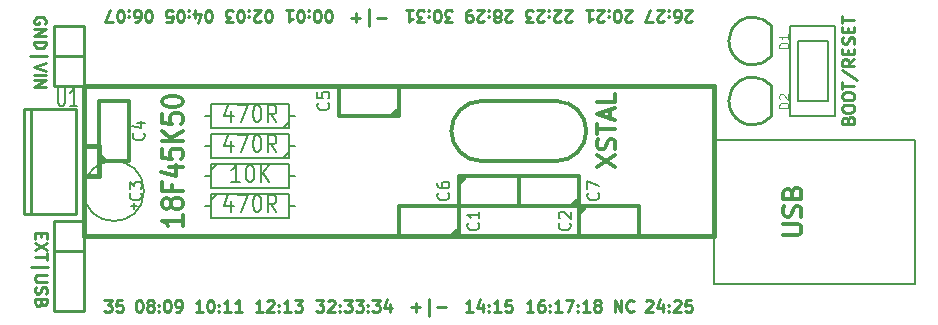
<source format=gto>
%FSLAX34Y34*%
G04 Gerber Fmt 3.4, Leading zero omitted, Abs format*
G04 (created by PCBNEW (2014-04-11 BZR 4798)-product) date mar. 20 mai 2014 10:15:50 CEST*
%MOIN*%
G01*
G70*
G90*
G04 APERTURE LIST*
%ADD10C,0.003937*%
%ADD11C,0.009843*%
%ADD12C,0.005906*%
%ADD13C,0.005000*%
%ADD14C,0.010000*%
%ADD15C,0.012000*%
%ADD16C,0.008000*%
%ADD17C,0.015000*%
%ADD18C,0.012500*%
%ADD19C,0.003500*%
%ADD20C,0.007500*%
G04 APERTURE END LIST*
G54D10*
G54D11*
X90440Y-60278D02*
X90440Y-59884D01*
X90665Y-60278D01*
X90665Y-59884D01*
X91078Y-60240D02*
X91059Y-60259D01*
X91003Y-60278D01*
X90965Y-60278D01*
X90909Y-60259D01*
X90871Y-60221D01*
X90853Y-60184D01*
X90834Y-60109D01*
X90834Y-60053D01*
X90853Y-59978D01*
X90871Y-59940D01*
X90909Y-59903D01*
X90965Y-59884D01*
X91003Y-59884D01*
X91059Y-59903D01*
X91078Y-59921D01*
X87737Y-60278D02*
X87512Y-60278D01*
X87625Y-60278D02*
X87625Y-59884D01*
X87587Y-59940D01*
X87550Y-59978D01*
X87512Y-59996D01*
X88075Y-59884D02*
X88000Y-59884D01*
X87962Y-59903D01*
X87943Y-59921D01*
X87906Y-59978D01*
X87887Y-60053D01*
X87887Y-60203D01*
X87906Y-60240D01*
X87925Y-60259D01*
X87962Y-60278D01*
X88037Y-60278D01*
X88075Y-60259D01*
X88093Y-60240D01*
X88112Y-60203D01*
X88112Y-60109D01*
X88093Y-60071D01*
X88075Y-60053D01*
X88037Y-60034D01*
X87962Y-60034D01*
X87925Y-60053D01*
X87906Y-60071D01*
X87887Y-60109D01*
X88281Y-60240D02*
X88300Y-60259D01*
X88281Y-60278D01*
X88262Y-60259D01*
X88281Y-60240D01*
X88281Y-60278D01*
X88281Y-60034D02*
X88300Y-60053D01*
X88281Y-60071D01*
X88262Y-60053D01*
X88281Y-60034D01*
X88281Y-60071D01*
X88675Y-60278D02*
X88450Y-60278D01*
X88562Y-60278D02*
X88562Y-59884D01*
X88525Y-59940D01*
X88487Y-59978D01*
X88450Y-59996D01*
X88806Y-59884D02*
X89068Y-59884D01*
X88899Y-60278D01*
X89218Y-60240D02*
X89237Y-60259D01*
X89218Y-60278D01*
X89199Y-60259D01*
X89218Y-60240D01*
X89218Y-60278D01*
X89218Y-60034D02*
X89237Y-60053D01*
X89218Y-60071D01*
X89199Y-60053D01*
X89218Y-60034D01*
X89218Y-60071D01*
X89612Y-60278D02*
X89387Y-60278D01*
X89499Y-60278D02*
X89499Y-59884D01*
X89462Y-59940D01*
X89424Y-59978D01*
X89387Y-59996D01*
X89837Y-60053D02*
X89799Y-60034D01*
X89781Y-60015D01*
X89762Y-59978D01*
X89762Y-59959D01*
X89781Y-59921D01*
X89799Y-59903D01*
X89837Y-59884D01*
X89912Y-59884D01*
X89949Y-59903D01*
X89968Y-59921D01*
X89987Y-59959D01*
X89987Y-59978D01*
X89968Y-60015D01*
X89949Y-60034D01*
X89912Y-60053D01*
X89837Y-60053D01*
X89799Y-60071D01*
X89781Y-60090D01*
X89762Y-60128D01*
X89762Y-60203D01*
X89781Y-60240D01*
X89799Y-60259D01*
X89837Y-60278D01*
X89912Y-60278D01*
X89949Y-60259D01*
X89968Y-60240D01*
X89987Y-60203D01*
X89987Y-60128D01*
X89968Y-60090D01*
X89949Y-60071D01*
X89912Y-60053D01*
X78706Y-60278D02*
X78481Y-60278D01*
X78593Y-60278D02*
X78593Y-59884D01*
X78556Y-59940D01*
X78518Y-59978D01*
X78481Y-59996D01*
X78856Y-59921D02*
X78875Y-59903D01*
X78912Y-59884D01*
X79006Y-59884D01*
X79043Y-59903D01*
X79062Y-59921D01*
X79081Y-59959D01*
X79081Y-59996D01*
X79062Y-60053D01*
X78837Y-60278D01*
X79081Y-60278D01*
X79250Y-60240D02*
X79268Y-60259D01*
X79250Y-60278D01*
X79231Y-60259D01*
X79250Y-60240D01*
X79250Y-60278D01*
X79250Y-60034D02*
X79268Y-60053D01*
X79250Y-60071D01*
X79231Y-60053D01*
X79250Y-60034D01*
X79250Y-60071D01*
X79643Y-60278D02*
X79418Y-60278D01*
X79531Y-60278D02*
X79531Y-59884D01*
X79493Y-59940D01*
X79456Y-59978D01*
X79418Y-59996D01*
X79774Y-59884D02*
X80018Y-59884D01*
X79887Y-60034D01*
X79943Y-60034D01*
X79981Y-60053D01*
X79999Y-60071D01*
X80018Y-60109D01*
X80018Y-60203D01*
X79999Y-60240D01*
X79981Y-60259D01*
X79943Y-60278D01*
X79831Y-60278D01*
X79793Y-60259D01*
X79774Y-60240D01*
X76706Y-60278D02*
X76481Y-60278D01*
X76593Y-60278D02*
X76593Y-59884D01*
X76556Y-59940D01*
X76518Y-59978D01*
X76481Y-59996D01*
X76950Y-59884D02*
X76987Y-59884D01*
X77025Y-59903D01*
X77043Y-59921D01*
X77062Y-59959D01*
X77081Y-60034D01*
X77081Y-60128D01*
X77062Y-60203D01*
X77043Y-60240D01*
X77025Y-60259D01*
X76987Y-60278D01*
X76950Y-60278D01*
X76912Y-60259D01*
X76893Y-60240D01*
X76875Y-60203D01*
X76856Y-60128D01*
X76856Y-60034D01*
X76875Y-59959D01*
X76893Y-59921D01*
X76912Y-59903D01*
X76950Y-59884D01*
X77250Y-60240D02*
X77268Y-60259D01*
X77250Y-60278D01*
X77231Y-60259D01*
X77250Y-60240D01*
X77250Y-60278D01*
X77250Y-60034D02*
X77268Y-60053D01*
X77250Y-60071D01*
X77231Y-60053D01*
X77250Y-60034D01*
X77250Y-60071D01*
X77643Y-60278D02*
X77418Y-60278D01*
X77531Y-60278D02*
X77531Y-59884D01*
X77493Y-59940D01*
X77456Y-59978D01*
X77418Y-59996D01*
X78018Y-60278D02*
X77793Y-60278D01*
X77906Y-60278D02*
X77906Y-59884D01*
X77868Y-59940D01*
X77831Y-59978D01*
X77793Y-59996D01*
X74924Y-50615D02*
X74887Y-50615D01*
X74849Y-50596D01*
X74831Y-50578D01*
X74812Y-50540D01*
X74793Y-50465D01*
X74793Y-50371D01*
X74812Y-50296D01*
X74831Y-50259D01*
X74849Y-50240D01*
X74887Y-50221D01*
X74924Y-50221D01*
X74962Y-50240D01*
X74981Y-50259D01*
X74999Y-50296D01*
X75018Y-50371D01*
X75018Y-50465D01*
X74999Y-50540D01*
X74981Y-50578D01*
X74962Y-50596D01*
X74924Y-50615D01*
X74456Y-50615D02*
X74531Y-50615D01*
X74568Y-50596D01*
X74587Y-50578D01*
X74624Y-50521D01*
X74643Y-50446D01*
X74643Y-50296D01*
X74624Y-50259D01*
X74606Y-50240D01*
X74568Y-50221D01*
X74493Y-50221D01*
X74456Y-50240D01*
X74437Y-50259D01*
X74418Y-50296D01*
X74418Y-50390D01*
X74437Y-50428D01*
X74456Y-50446D01*
X74493Y-50465D01*
X74568Y-50465D01*
X74606Y-50446D01*
X74624Y-50428D01*
X74643Y-50390D01*
X74250Y-50259D02*
X74231Y-50240D01*
X74250Y-50221D01*
X74268Y-50240D01*
X74250Y-50259D01*
X74250Y-50221D01*
X74250Y-50465D02*
X74231Y-50446D01*
X74250Y-50428D01*
X74268Y-50446D01*
X74250Y-50465D01*
X74250Y-50428D01*
X73987Y-50615D02*
X73950Y-50615D01*
X73912Y-50596D01*
X73893Y-50578D01*
X73875Y-50540D01*
X73856Y-50465D01*
X73856Y-50371D01*
X73875Y-50296D01*
X73893Y-50259D01*
X73912Y-50240D01*
X73950Y-50221D01*
X73987Y-50221D01*
X74025Y-50240D01*
X74043Y-50259D01*
X74062Y-50296D01*
X74081Y-50371D01*
X74081Y-50465D01*
X74062Y-50540D01*
X74043Y-50578D01*
X74025Y-50596D01*
X73987Y-50615D01*
X73725Y-50615D02*
X73462Y-50615D01*
X73631Y-50221D01*
X76924Y-50615D02*
X76887Y-50615D01*
X76849Y-50596D01*
X76831Y-50578D01*
X76812Y-50540D01*
X76793Y-50465D01*
X76793Y-50371D01*
X76812Y-50296D01*
X76831Y-50259D01*
X76849Y-50240D01*
X76887Y-50221D01*
X76924Y-50221D01*
X76962Y-50240D01*
X76981Y-50259D01*
X76999Y-50296D01*
X77018Y-50371D01*
X77018Y-50465D01*
X76999Y-50540D01*
X76981Y-50578D01*
X76962Y-50596D01*
X76924Y-50615D01*
X76456Y-50484D02*
X76456Y-50221D01*
X76549Y-50634D02*
X76643Y-50353D01*
X76399Y-50353D01*
X76250Y-50259D02*
X76231Y-50240D01*
X76250Y-50221D01*
X76268Y-50240D01*
X76250Y-50259D01*
X76250Y-50221D01*
X76250Y-50465D02*
X76231Y-50446D01*
X76250Y-50428D01*
X76268Y-50446D01*
X76250Y-50465D01*
X76250Y-50428D01*
X75987Y-50615D02*
X75950Y-50615D01*
X75912Y-50596D01*
X75893Y-50578D01*
X75875Y-50540D01*
X75856Y-50465D01*
X75856Y-50371D01*
X75875Y-50296D01*
X75893Y-50259D01*
X75912Y-50240D01*
X75950Y-50221D01*
X75987Y-50221D01*
X76025Y-50240D01*
X76043Y-50259D01*
X76062Y-50296D01*
X76081Y-50371D01*
X76081Y-50465D01*
X76062Y-50540D01*
X76043Y-50578D01*
X76025Y-50596D01*
X75987Y-50615D01*
X75500Y-50615D02*
X75687Y-50615D01*
X75706Y-50428D01*
X75687Y-50446D01*
X75650Y-50465D01*
X75556Y-50465D01*
X75518Y-50446D01*
X75500Y-50428D01*
X75481Y-50390D01*
X75481Y-50296D01*
X75500Y-50259D01*
X75518Y-50240D01*
X75556Y-50221D01*
X75650Y-50221D01*
X75687Y-50240D01*
X75706Y-50259D01*
X78924Y-50615D02*
X78887Y-50615D01*
X78849Y-50596D01*
X78831Y-50578D01*
X78812Y-50540D01*
X78793Y-50465D01*
X78793Y-50371D01*
X78812Y-50296D01*
X78831Y-50259D01*
X78849Y-50240D01*
X78887Y-50221D01*
X78924Y-50221D01*
X78962Y-50240D01*
X78981Y-50259D01*
X78999Y-50296D01*
X79018Y-50371D01*
X79018Y-50465D01*
X78999Y-50540D01*
X78981Y-50578D01*
X78962Y-50596D01*
X78924Y-50615D01*
X78643Y-50578D02*
X78624Y-50596D01*
X78587Y-50615D01*
X78493Y-50615D01*
X78456Y-50596D01*
X78437Y-50578D01*
X78418Y-50540D01*
X78418Y-50503D01*
X78437Y-50446D01*
X78662Y-50221D01*
X78418Y-50221D01*
X78250Y-50259D02*
X78231Y-50240D01*
X78250Y-50221D01*
X78268Y-50240D01*
X78250Y-50259D01*
X78250Y-50221D01*
X78250Y-50465D02*
X78231Y-50446D01*
X78250Y-50428D01*
X78268Y-50446D01*
X78250Y-50465D01*
X78250Y-50428D01*
X77987Y-50615D02*
X77950Y-50615D01*
X77912Y-50596D01*
X77893Y-50578D01*
X77875Y-50540D01*
X77856Y-50465D01*
X77856Y-50371D01*
X77875Y-50296D01*
X77893Y-50259D01*
X77912Y-50240D01*
X77950Y-50221D01*
X77987Y-50221D01*
X78025Y-50240D01*
X78043Y-50259D01*
X78062Y-50296D01*
X78081Y-50371D01*
X78081Y-50465D01*
X78062Y-50540D01*
X78043Y-50578D01*
X78025Y-50596D01*
X77987Y-50615D01*
X77725Y-50615D02*
X77481Y-50615D01*
X77612Y-50465D01*
X77556Y-50465D01*
X77518Y-50446D01*
X77500Y-50428D01*
X77481Y-50390D01*
X77481Y-50296D01*
X77500Y-50259D01*
X77518Y-50240D01*
X77556Y-50221D01*
X77668Y-50221D01*
X77706Y-50240D01*
X77725Y-50259D01*
X85037Y-50615D02*
X84793Y-50615D01*
X84924Y-50465D01*
X84868Y-50465D01*
X84831Y-50446D01*
X84812Y-50428D01*
X84793Y-50390D01*
X84793Y-50296D01*
X84812Y-50259D01*
X84831Y-50240D01*
X84868Y-50221D01*
X84981Y-50221D01*
X85018Y-50240D01*
X85037Y-50259D01*
X84549Y-50615D02*
X84512Y-50615D01*
X84474Y-50596D01*
X84456Y-50578D01*
X84437Y-50540D01*
X84418Y-50465D01*
X84418Y-50371D01*
X84437Y-50296D01*
X84456Y-50259D01*
X84474Y-50240D01*
X84512Y-50221D01*
X84549Y-50221D01*
X84587Y-50240D01*
X84606Y-50259D01*
X84624Y-50296D01*
X84643Y-50371D01*
X84643Y-50465D01*
X84624Y-50540D01*
X84606Y-50578D01*
X84587Y-50596D01*
X84549Y-50615D01*
X84250Y-50259D02*
X84231Y-50240D01*
X84250Y-50221D01*
X84268Y-50240D01*
X84250Y-50259D01*
X84250Y-50221D01*
X84250Y-50465D02*
X84231Y-50446D01*
X84250Y-50428D01*
X84268Y-50446D01*
X84250Y-50465D01*
X84250Y-50428D01*
X84100Y-50615D02*
X83856Y-50615D01*
X83987Y-50465D01*
X83931Y-50465D01*
X83893Y-50446D01*
X83875Y-50428D01*
X83856Y-50390D01*
X83856Y-50296D01*
X83875Y-50259D01*
X83893Y-50240D01*
X83931Y-50221D01*
X84043Y-50221D01*
X84081Y-50240D01*
X84100Y-50259D01*
X83481Y-50221D02*
X83706Y-50221D01*
X83593Y-50221D02*
X83593Y-50615D01*
X83631Y-50559D01*
X83668Y-50521D01*
X83706Y-50503D01*
X89018Y-50578D02*
X88999Y-50596D01*
X88962Y-50615D01*
X88868Y-50615D01*
X88831Y-50596D01*
X88812Y-50578D01*
X88793Y-50540D01*
X88793Y-50503D01*
X88812Y-50446D01*
X89037Y-50221D01*
X88793Y-50221D01*
X88643Y-50578D02*
X88624Y-50596D01*
X88587Y-50615D01*
X88493Y-50615D01*
X88456Y-50596D01*
X88437Y-50578D01*
X88418Y-50540D01*
X88418Y-50503D01*
X88437Y-50446D01*
X88662Y-50221D01*
X88418Y-50221D01*
X88250Y-50259D02*
X88231Y-50240D01*
X88250Y-50221D01*
X88268Y-50240D01*
X88250Y-50259D01*
X88250Y-50221D01*
X88250Y-50465D02*
X88231Y-50446D01*
X88250Y-50428D01*
X88268Y-50446D01*
X88250Y-50465D01*
X88250Y-50428D01*
X88081Y-50578D02*
X88062Y-50596D01*
X88025Y-50615D01*
X87931Y-50615D01*
X87893Y-50596D01*
X87875Y-50578D01*
X87856Y-50540D01*
X87856Y-50503D01*
X87875Y-50446D01*
X88100Y-50221D01*
X87856Y-50221D01*
X87725Y-50615D02*
X87481Y-50615D01*
X87612Y-50465D01*
X87556Y-50465D01*
X87518Y-50446D01*
X87500Y-50428D01*
X87481Y-50390D01*
X87481Y-50296D01*
X87500Y-50259D01*
X87518Y-50240D01*
X87556Y-50221D01*
X87668Y-50221D01*
X87706Y-50240D01*
X87725Y-50259D01*
X73431Y-59884D02*
X73675Y-59884D01*
X73543Y-60034D01*
X73600Y-60034D01*
X73637Y-60053D01*
X73656Y-60071D01*
X73675Y-60109D01*
X73675Y-60203D01*
X73656Y-60240D01*
X73637Y-60259D01*
X73600Y-60278D01*
X73487Y-60278D01*
X73450Y-60259D01*
X73431Y-60240D01*
X74031Y-59884D02*
X73843Y-59884D01*
X73824Y-60071D01*
X73843Y-60053D01*
X73881Y-60034D01*
X73974Y-60034D01*
X74012Y-60053D01*
X74031Y-60071D01*
X74049Y-60109D01*
X74049Y-60203D01*
X74031Y-60240D01*
X74012Y-60259D01*
X73974Y-60278D01*
X73881Y-60278D01*
X73843Y-60259D01*
X73824Y-60240D01*
X80493Y-59884D02*
X80737Y-59884D01*
X80606Y-60034D01*
X80662Y-60034D01*
X80700Y-60053D01*
X80718Y-60071D01*
X80737Y-60109D01*
X80737Y-60203D01*
X80718Y-60240D01*
X80700Y-60259D01*
X80662Y-60278D01*
X80550Y-60278D01*
X80512Y-60259D01*
X80493Y-60240D01*
X80887Y-59921D02*
X80906Y-59903D01*
X80943Y-59884D01*
X81037Y-59884D01*
X81075Y-59903D01*
X81093Y-59921D01*
X81112Y-59959D01*
X81112Y-59996D01*
X81093Y-60053D01*
X80868Y-60278D01*
X81112Y-60278D01*
X81281Y-60240D02*
X81300Y-60259D01*
X81281Y-60278D01*
X81262Y-60259D01*
X81281Y-60240D01*
X81281Y-60278D01*
X81281Y-60034D02*
X81300Y-60053D01*
X81281Y-60071D01*
X81262Y-60053D01*
X81281Y-60034D01*
X81281Y-60071D01*
X81431Y-59884D02*
X81675Y-59884D01*
X81543Y-60034D01*
X81600Y-60034D01*
X81637Y-60053D01*
X81656Y-60071D01*
X81675Y-60109D01*
X81675Y-60203D01*
X81656Y-60240D01*
X81637Y-60259D01*
X81600Y-60278D01*
X81487Y-60278D01*
X81450Y-60259D01*
X81431Y-60240D01*
X81806Y-59884D02*
X82049Y-59884D01*
X81918Y-60034D01*
X81974Y-60034D01*
X82012Y-60053D01*
X82031Y-60071D01*
X82049Y-60109D01*
X82049Y-60203D01*
X82031Y-60240D01*
X82012Y-60259D01*
X81974Y-60278D01*
X81862Y-60278D01*
X81824Y-60259D01*
X81806Y-60240D01*
X82218Y-60240D02*
X82237Y-60259D01*
X82218Y-60278D01*
X82199Y-60259D01*
X82218Y-60240D01*
X82218Y-60278D01*
X82218Y-60034D02*
X82237Y-60053D01*
X82218Y-60071D01*
X82199Y-60053D01*
X82218Y-60034D01*
X82218Y-60071D01*
X82368Y-59884D02*
X82612Y-59884D01*
X82481Y-60034D01*
X82537Y-60034D01*
X82574Y-60053D01*
X82593Y-60071D01*
X82612Y-60109D01*
X82612Y-60203D01*
X82593Y-60240D01*
X82574Y-60259D01*
X82537Y-60278D01*
X82424Y-60278D01*
X82387Y-60259D01*
X82368Y-60240D01*
X82949Y-60015D02*
X82949Y-60278D01*
X82856Y-59865D02*
X82762Y-60146D01*
X83006Y-60146D01*
X74575Y-59884D02*
X74612Y-59884D01*
X74650Y-59903D01*
X74668Y-59921D01*
X74687Y-59959D01*
X74706Y-60034D01*
X74706Y-60128D01*
X74687Y-60203D01*
X74668Y-60240D01*
X74650Y-60259D01*
X74612Y-60278D01*
X74575Y-60278D01*
X74537Y-60259D01*
X74518Y-60240D01*
X74500Y-60203D01*
X74481Y-60128D01*
X74481Y-60034D01*
X74500Y-59959D01*
X74518Y-59921D01*
X74537Y-59903D01*
X74575Y-59884D01*
X74931Y-60053D02*
X74893Y-60034D01*
X74875Y-60015D01*
X74856Y-59978D01*
X74856Y-59959D01*
X74875Y-59921D01*
X74893Y-59903D01*
X74931Y-59884D01*
X75006Y-59884D01*
X75043Y-59903D01*
X75062Y-59921D01*
X75081Y-59959D01*
X75081Y-59978D01*
X75062Y-60015D01*
X75043Y-60034D01*
X75006Y-60053D01*
X74931Y-60053D01*
X74893Y-60071D01*
X74875Y-60090D01*
X74856Y-60128D01*
X74856Y-60203D01*
X74875Y-60240D01*
X74893Y-60259D01*
X74931Y-60278D01*
X75006Y-60278D01*
X75043Y-60259D01*
X75062Y-60240D01*
X75081Y-60203D01*
X75081Y-60128D01*
X75062Y-60090D01*
X75043Y-60071D01*
X75006Y-60053D01*
X75250Y-60240D02*
X75268Y-60259D01*
X75250Y-60278D01*
X75231Y-60259D01*
X75250Y-60240D01*
X75250Y-60278D01*
X75250Y-60034D02*
X75268Y-60053D01*
X75250Y-60071D01*
X75231Y-60053D01*
X75250Y-60034D01*
X75250Y-60071D01*
X75512Y-59884D02*
X75549Y-59884D01*
X75587Y-59903D01*
X75606Y-59921D01*
X75624Y-59959D01*
X75643Y-60034D01*
X75643Y-60128D01*
X75624Y-60203D01*
X75606Y-60240D01*
X75587Y-60259D01*
X75549Y-60278D01*
X75512Y-60278D01*
X75474Y-60259D01*
X75456Y-60240D01*
X75437Y-60203D01*
X75418Y-60128D01*
X75418Y-60034D01*
X75437Y-59959D01*
X75456Y-59921D01*
X75474Y-59903D01*
X75512Y-59884D01*
X75831Y-60278D02*
X75906Y-60278D01*
X75943Y-60259D01*
X75962Y-60240D01*
X75999Y-60184D01*
X76018Y-60109D01*
X76018Y-59959D01*
X75999Y-59921D01*
X75981Y-59903D01*
X75943Y-59884D01*
X75868Y-59884D01*
X75831Y-59903D01*
X75812Y-59921D01*
X75793Y-59959D01*
X75793Y-60053D01*
X75812Y-60090D01*
X75831Y-60109D01*
X75868Y-60128D01*
X75943Y-60128D01*
X75981Y-60109D01*
X75999Y-60090D01*
X76018Y-60053D01*
X91018Y-50578D02*
X90999Y-50596D01*
X90962Y-50615D01*
X90868Y-50615D01*
X90831Y-50596D01*
X90812Y-50578D01*
X90793Y-50540D01*
X90793Y-50503D01*
X90812Y-50446D01*
X91037Y-50221D01*
X90793Y-50221D01*
X90549Y-50615D02*
X90512Y-50615D01*
X90474Y-50596D01*
X90456Y-50578D01*
X90437Y-50540D01*
X90418Y-50465D01*
X90418Y-50371D01*
X90437Y-50296D01*
X90456Y-50259D01*
X90474Y-50240D01*
X90512Y-50221D01*
X90549Y-50221D01*
X90587Y-50240D01*
X90606Y-50259D01*
X90624Y-50296D01*
X90643Y-50371D01*
X90643Y-50465D01*
X90624Y-50540D01*
X90606Y-50578D01*
X90587Y-50596D01*
X90549Y-50615D01*
X90250Y-50259D02*
X90231Y-50240D01*
X90250Y-50221D01*
X90268Y-50240D01*
X90250Y-50259D01*
X90250Y-50221D01*
X90250Y-50465D02*
X90231Y-50446D01*
X90250Y-50428D01*
X90268Y-50446D01*
X90250Y-50465D01*
X90250Y-50428D01*
X90081Y-50578D02*
X90062Y-50596D01*
X90025Y-50615D01*
X89931Y-50615D01*
X89893Y-50596D01*
X89875Y-50578D01*
X89856Y-50540D01*
X89856Y-50503D01*
X89875Y-50446D01*
X90100Y-50221D01*
X89856Y-50221D01*
X89481Y-50221D02*
X89706Y-50221D01*
X89593Y-50221D02*
X89593Y-50615D01*
X89631Y-50559D01*
X89668Y-50521D01*
X89706Y-50503D01*
X85706Y-60278D02*
X85481Y-60278D01*
X85593Y-60278D02*
X85593Y-59884D01*
X85556Y-59940D01*
X85518Y-59978D01*
X85481Y-59996D01*
X86043Y-60015D02*
X86043Y-60278D01*
X85950Y-59865D02*
X85856Y-60146D01*
X86100Y-60146D01*
X86250Y-60240D02*
X86268Y-60259D01*
X86250Y-60278D01*
X86231Y-60259D01*
X86250Y-60240D01*
X86250Y-60278D01*
X86250Y-60034D02*
X86268Y-60053D01*
X86250Y-60071D01*
X86231Y-60053D01*
X86250Y-60034D01*
X86250Y-60071D01*
X86643Y-60278D02*
X86418Y-60278D01*
X86531Y-60278D02*
X86531Y-59884D01*
X86493Y-59940D01*
X86456Y-59978D01*
X86418Y-59996D01*
X86999Y-59884D02*
X86812Y-59884D01*
X86793Y-60071D01*
X86812Y-60053D01*
X86849Y-60034D01*
X86943Y-60034D01*
X86981Y-60053D01*
X86999Y-60071D01*
X87018Y-60109D01*
X87018Y-60203D01*
X86999Y-60240D01*
X86981Y-60259D01*
X86943Y-60278D01*
X86849Y-60278D01*
X86812Y-60259D01*
X86793Y-60240D01*
X71328Y-57650D02*
X71328Y-57781D01*
X71121Y-57837D02*
X71121Y-57650D01*
X71515Y-57650D01*
X71515Y-57837D01*
X71515Y-57968D02*
X71121Y-58231D01*
X71515Y-58231D02*
X71121Y-57968D01*
X71515Y-58325D02*
X71515Y-58550D01*
X71121Y-58437D02*
X71515Y-58437D01*
X70990Y-58775D02*
X71553Y-58775D01*
X71515Y-59056D02*
X71196Y-59056D01*
X71159Y-59074D01*
X71140Y-59093D01*
X71121Y-59131D01*
X71121Y-59206D01*
X71140Y-59243D01*
X71159Y-59262D01*
X71196Y-59281D01*
X71515Y-59281D01*
X71140Y-59449D02*
X71121Y-59506D01*
X71121Y-59599D01*
X71140Y-59637D01*
X71159Y-59656D01*
X71196Y-59674D01*
X71234Y-59674D01*
X71271Y-59656D01*
X71290Y-59637D01*
X71309Y-59599D01*
X71328Y-59524D01*
X71346Y-59487D01*
X71365Y-59468D01*
X71403Y-59449D01*
X71440Y-59449D01*
X71478Y-59468D01*
X71496Y-59487D01*
X71515Y-59524D01*
X71515Y-59618D01*
X71496Y-59674D01*
X71328Y-59974D02*
X71309Y-60031D01*
X71290Y-60049D01*
X71253Y-60068D01*
X71196Y-60068D01*
X71159Y-60049D01*
X71140Y-60031D01*
X71121Y-59993D01*
X71121Y-59843D01*
X71515Y-59843D01*
X71515Y-59974D01*
X71496Y-60012D01*
X71478Y-60031D01*
X71440Y-60049D01*
X71403Y-60049D01*
X71365Y-60031D01*
X71346Y-60012D01*
X71328Y-59974D01*
X71328Y-59843D01*
X71471Y-50668D02*
X71490Y-50631D01*
X71490Y-50575D01*
X71471Y-50518D01*
X71434Y-50481D01*
X71396Y-50462D01*
X71321Y-50443D01*
X71265Y-50443D01*
X71190Y-50462D01*
X71153Y-50481D01*
X71115Y-50518D01*
X71096Y-50575D01*
X71096Y-50612D01*
X71115Y-50668D01*
X71134Y-50687D01*
X71265Y-50687D01*
X71265Y-50612D01*
X71096Y-50856D02*
X71490Y-50856D01*
X71096Y-51081D01*
X71490Y-51081D01*
X71096Y-51268D02*
X71490Y-51268D01*
X71490Y-51362D01*
X71471Y-51418D01*
X71434Y-51456D01*
X71396Y-51475D01*
X71321Y-51493D01*
X71265Y-51493D01*
X71190Y-51475D01*
X71153Y-51456D01*
X71115Y-51418D01*
X71096Y-51362D01*
X71096Y-51268D01*
X70965Y-51756D02*
X71528Y-51756D01*
X71490Y-51981D02*
X71096Y-52112D01*
X71490Y-52243D01*
X71096Y-52374D02*
X71490Y-52374D01*
X71096Y-52562D02*
X71490Y-52562D01*
X71096Y-52787D01*
X71490Y-52787D01*
X91481Y-59921D02*
X91500Y-59903D01*
X91537Y-59884D01*
X91631Y-59884D01*
X91668Y-59903D01*
X91687Y-59921D01*
X91706Y-59959D01*
X91706Y-59996D01*
X91687Y-60053D01*
X91462Y-60278D01*
X91706Y-60278D01*
X92043Y-60015D02*
X92043Y-60278D01*
X91950Y-59865D02*
X91856Y-60146D01*
X92100Y-60146D01*
X92250Y-60240D02*
X92268Y-60259D01*
X92250Y-60278D01*
X92231Y-60259D01*
X92250Y-60240D01*
X92250Y-60278D01*
X92250Y-60034D02*
X92268Y-60053D01*
X92250Y-60071D01*
X92231Y-60053D01*
X92250Y-60034D01*
X92250Y-60071D01*
X92418Y-59921D02*
X92437Y-59903D01*
X92474Y-59884D01*
X92568Y-59884D01*
X92606Y-59903D01*
X92624Y-59921D01*
X92643Y-59959D01*
X92643Y-59996D01*
X92624Y-60053D01*
X92399Y-60278D01*
X92643Y-60278D01*
X92999Y-59884D02*
X92812Y-59884D01*
X92793Y-60071D01*
X92812Y-60053D01*
X92849Y-60034D01*
X92943Y-60034D01*
X92981Y-60053D01*
X92999Y-60071D01*
X93018Y-60109D01*
X93018Y-60203D01*
X92999Y-60240D01*
X92981Y-60259D01*
X92943Y-60278D01*
X92849Y-60278D01*
X92812Y-60259D01*
X92793Y-60240D01*
X93018Y-50578D02*
X92999Y-50596D01*
X92962Y-50615D01*
X92868Y-50615D01*
X92831Y-50596D01*
X92812Y-50578D01*
X92793Y-50540D01*
X92793Y-50503D01*
X92812Y-50446D01*
X93037Y-50221D01*
X92793Y-50221D01*
X92456Y-50615D02*
X92531Y-50615D01*
X92568Y-50596D01*
X92587Y-50578D01*
X92624Y-50521D01*
X92643Y-50446D01*
X92643Y-50296D01*
X92624Y-50259D01*
X92606Y-50240D01*
X92568Y-50221D01*
X92493Y-50221D01*
X92456Y-50240D01*
X92437Y-50259D01*
X92418Y-50296D01*
X92418Y-50390D01*
X92437Y-50428D01*
X92456Y-50446D01*
X92493Y-50465D01*
X92568Y-50465D01*
X92606Y-50446D01*
X92624Y-50428D01*
X92643Y-50390D01*
X92250Y-50259D02*
X92231Y-50240D01*
X92250Y-50221D01*
X92268Y-50240D01*
X92250Y-50259D01*
X92250Y-50221D01*
X92250Y-50465D02*
X92231Y-50446D01*
X92250Y-50428D01*
X92268Y-50446D01*
X92250Y-50465D01*
X92250Y-50428D01*
X92081Y-50578D02*
X92062Y-50596D01*
X92025Y-50615D01*
X91931Y-50615D01*
X91893Y-50596D01*
X91875Y-50578D01*
X91856Y-50540D01*
X91856Y-50503D01*
X91875Y-50446D01*
X92100Y-50221D01*
X91856Y-50221D01*
X91725Y-50615D02*
X91462Y-50615D01*
X91631Y-50221D01*
X87018Y-50578D02*
X86999Y-50596D01*
X86962Y-50615D01*
X86868Y-50615D01*
X86831Y-50596D01*
X86812Y-50578D01*
X86793Y-50540D01*
X86793Y-50503D01*
X86812Y-50446D01*
X87037Y-50221D01*
X86793Y-50221D01*
X86568Y-50446D02*
X86606Y-50465D01*
X86624Y-50484D01*
X86643Y-50521D01*
X86643Y-50540D01*
X86624Y-50578D01*
X86606Y-50596D01*
X86568Y-50615D01*
X86493Y-50615D01*
X86456Y-50596D01*
X86437Y-50578D01*
X86418Y-50540D01*
X86418Y-50521D01*
X86437Y-50484D01*
X86456Y-50465D01*
X86493Y-50446D01*
X86568Y-50446D01*
X86606Y-50428D01*
X86624Y-50409D01*
X86643Y-50371D01*
X86643Y-50296D01*
X86624Y-50259D01*
X86606Y-50240D01*
X86568Y-50221D01*
X86493Y-50221D01*
X86456Y-50240D01*
X86437Y-50259D01*
X86418Y-50296D01*
X86418Y-50371D01*
X86437Y-50409D01*
X86456Y-50428D01*
X86493Y-50446D01*
X86250Y-50259D02*
X86231Y-50240D01*
X86250Y-50221D01*
X86268Y-50240D01*
X86250Y-50259D01*
X86250Y-50221D01*
X86250Y-50465D02*
X86231Y-50446D01*
X86250Y-50428D01*
X86268Y-50446D01*
X86250Y-50465D01*
X86250Y-50428D01*
X86081Y-50578D02*
X86062Y-50596D01*
X86025Y-50615D01*
X85931Y-50615D01*
X85893Y-50596D01*
X85875Y-50578D01*
X85856Y-50540D01*
X85856Y-50503D01*
X85875Y-50446D01*
X86100Y-50221D01*
X85856Y-50221D01*
X85668Y-50221D02*
X85593Y-50221D01*
X85556Y-50240D01*
X85537Y-50259D01*
X85500Y-50315D01*
X85481Y-50390D01*
X85481Y-50540D01*
X85500Y-50578D01*
X85518Y-50596D01*
X85556Y-50615D01*
X85631Y-50615D01*
X85668Y-50596D01*
X85687Y-50578D01*
X85706Y-50540D01*
X85706Y-50446D01*
X85687Y-50409D01*
X85668Y-50390D01*
X85631Y-50371D01*
X85556Y-50371D01*
X85518Y-50390D01*
X85500Y-50409D01*
X85481Y-50446D01*
X83668Y-60128D02*
X83968Y-60128D01*
X83818Y-60278D02*
X83818Y-59978D01*
X84250Y-60409D02*
X84250Y-59846D01*
X84531Y-60128D02*
X84831Y-60128D01*
X81668Y-50478D02*
X81968Y-50478D01*
X81818Y-50628D02*
X81818Y-50328D01*
X82250Y-50759D02*
X82250Y-50196D01*
X82531Y-50478D02*
X82831Y-50478D01*
X80924Y-50615D02*
X80887Y-50615D01*
X80849Y-50596D01*
X80831Y-50578D01*
X80812Y-50540D01*
X80793Y-50465D01*
X80793Y-50371D01*
X80812Y-50296D01*
X80831Y-50259D01*
X80849Y-50240D01*
X80887Y-50221D01*
X80924Y-50221D01*
X80962Y-50240D01*
X80981Y-50259D01*
X80999Y-50296D01*
X81018Y-50371D01*
X81018Y-50465D01*
X80999Y-50540D01*
X80981Y-50578D01*
X80962Y-50596D01*
X80924Y-50615D01*
X80549Y-50615D02*
X80512Y-50615D01*
X80474Y-50596D01*
X80456Y-50578D01*
X80437Y-50540D01*
X80418Y-50465D01*
X80418Y-50371D01*
X80437Y-50296D01*
X80456Y-50259D01*
X80474Y-50240D01*
X80512Y-50221D01*
X80549Y-50221D01*
X80587Y-50240D01*
X80606Y-50259D01*
X80624Y-50296D01*
X80643Y-50371D01*
X80643Y-50465D01*
X80624Y-50540D01*
X80606Y-50578D01*
X80587Y-50596D01*
X80549Y-50615D01*
X80250Y-50259D02*
X80231Y-50240D01*
X80250Y-50221D01*
X80268Y-50240D01*
X80250Y-50259D01*
X80250Y-50221D01*
X80250Y-50465D02*
X80231Y-50446D01*
X80250Y-50428D01*
X80268Y-50446D01*
X80250Y-50465D01*
X80250Y-50428D01*
X79987Y-50615D02*
X79950Y-50615D01*
X79912Y-50596D01*
X79893Y-50578D01*
X79875Y-50540D01*
X79856Y-50465D01*
X79856Y-50371D01*
X79875Y-50296D01*
X79893Y-50259D01*
X79912Y-50240D01*
X79950Y-50221D01*
X79987Y-50221D01*
X80025Y-50240D01*
X80043Y-50259D01*
X80062Y-50296D01*
X80081Y-50371D01*
X80081Y-50465D01*
X80062Y-50540D01*
X80043Y-50578D01*
X80025Y-50596D01*
X79987Y-50615D01*
X79481Y-50221D02*
X79706Y-50221D01*
X79593Y-50221D02*
X79593Y-50615D01*
X79631Y-50559D01*
X79668Y-50521D01*
X79706Y-50503D01*
X98221Y-53881D02*
X98240Y-53824D01*
X98259Y-53806D01*
X98296Y-53787D01*
X98353Y-53787D01*
X98390Y-53806D01*
X98409Y-53824D01*
X98428Y-53862D01*
X98428Y-54012D01*
X98034Y-54012D01*
X98034Y-53881D01*
X98053Y-53843D01*
X98071Y-53824D01*
X98109Y-53806D01*
X98146Y-53806D01*
X98184Y-53824D01*
X98203Y-53843D01*
X98221Y-53881D01*
X98221Y-54012D01*
X98034Y-53543D02*
X98034Y-53468D01*
X98053Y-53431D01*
X98090Y-53393D01*
X98165Y-53374D01*
X98296Y-53374D01*
X98371Y-53393D01*
X98409Y-53431D01*
X98428Y-53468D01*
X98428Y-53543D01*
X98409Y-53581D01*
X98371Y-53618D01*
X98296Y-53637D01*
X98165Y-53637D01*
X98090Y-53618D01*
X98053Y-53581D01*
X98034Y-53543D01*
X98034Y-53131D02*
X98034Y-53056D01*
X98053Y-53018D01*
X98090Y-52981D01*
X98165Y-52962D01*
X98296Y-52962D01*
X98371Y-52981D01*
X98409Y-53018D01*
X98428Y-53056D01*
X98428Y-53131D01*
X98409Y-53168D01*
X98371Y-53206D01*
X98296Y-53224D01*
X98165Y-53224D01*
X98090Y-53206D01*
X98053Y-53168D01*
X98034Y-53131D01*
X98034Y-52849D02*
X98034Y-52624D01*
X98428Y-52737D02*
X98034Y-52737D01*
X98015Y-52212D02*
X98521Y-52549D01*
X98428Y-51856D02*
X98240Y-51987D01*
X98428Y-52081D02*
X98034Y-52081D01*
X98034Y-51931D01*
X98053Y-51893D01*
X98071Y-51875D01*
X98109Y-51856D01*
X98165Y-51856D01*
X98203Y-51875D01*
X98221Y-51893D01*
X98240Y-51931D01*
X98240Y-52081D01*
X98221Y-51687D02*
X98221Y-51556D01*
X98428Y-51500D02*
X98428Y-51687D01*
X98034Y-51687D01*
X98034Y-51500D01*
X98409Y-51350D02*
X98428Y-51293D01*
X98428Y-51200D01*
X98409Y-51162D01*
X98390Y-51143D01*
X98353Y-51125D01*
X98315Y-51125D01*
X98278Y-51143D01*
X98259Y-51162D01*
X98240Y-51200D01*
X98221Y-51275D01*
X98203Y-51312D01*
X98184Y-51331D01*
X98146Y-51350D01*
X98109Y-51350D01*
X98071Y-51331D01*
X98053Y-51312D01*
X98034Y-51275D01*
X98034Y-51181D01*
X98053Y-51125D01*
X98221Y-50956D02*
X98221Y-50825D01*
X98428Y-50768D02*
X98428Y-50956D01*
X98034Y-50956D01*
X98034Y-50768D01*
X98034Y-50656D02*
X98034Y-50431D01*
X98428Y-50543D02*
X98034Y-50543D01*
G54D12*
X97800Y-50750D02*
X96300Y-50750D01*
X96300Y-53750D02*
X97800Y-53750D01*
X97550Y-53250D02*
X96550Y-53250D01*
X96550Y-53250D02*
X96550Y-51250D01*
X96550Y-51250D02*
X97550Y-51250D01*
X97550Y-51250D02*
X97550Y-53250D01*
G54D13*
X97800Y-50750D02*
X97800Y-53750D01*
X96300Y-50750D02*
X96300Y-53750D01*
G54D14*
X95670Y-51750D02*
X95670Y-50750D01*
X95663Y-50736D02*
G75*
G03X95050Y-50450I-613J-513D01*
G74*
G01*
X95049Y-50451D02*
G75*
G03X94345Y-50874I0J-799D01*
G74*
G01*
X95051Y-52048D02*
G75*
G03X95660Y-51766I-1J798D01*
G74*
G01*
X94355Y-51647D02*
G75*
G03X95050Y-52050I694J397D01*
G74*
G01*
X94345Y-50870D02*
G75*
G03X94250Y-51250I704J-379D01*
G74*
G01*
X94250Y-51250D02*
G75*
G03X94369Y-51669I799J0D01*
G74*
G01*
X95670Y-53750D02*
X95670Y-52750D01*
X95663Y-52736D02*
G75*
G03X95050Y-52450I-613J-513D01*
G74*
G01*
X95049Y-52451D02*
G75*
G03X94345Y-52874I0J-799D01*
G74*
G01*
X95051Y-54048D02*
G75*
G03X95660Y-53766I-1J798D01*
G74*
G01*
X94355Y-53647D02*
G75*
G03X95050Y-54050I694J397D01*
G74*
G01*
X94345Y-52870D02*
G75*
G03X94250Y-53250I704J-379D01*
G74*
G01*
X94250Y-53250D02*
G75*
G03X94369Y-53669I799J0D01*
G74*
G01*
G54D15*
X85230Y-57750D02*
X83250Y-57750D01*
X83250Y-57750D02*
X83250Y-56750D01*
X83250Y-56750D02*
X85250Y-56750D01*
X85250Y-56750D02*
X85250Y-57750D01*
X85250Y-57500D02*
X85000Y-57750D01*
X89270Y-56750D02*
X91250Y-56750D01*
X91250Y-56750D02*
X91250Y-57750D01*
X91250Y-57750D02*
X89250Y-57750D01*
X89250Y-57750D02*
X89250Y-56750D01*
X89250Y-57000D02*
X89500Y-56750D01*
X83230Y-53750D02*
X81250Y-53750D01*
X81250Y-53750D02*
X81250Y-52750D01*
X81250Y-52750D02*
X83250Y-52750D01*
X83250Y-52750D02*
X83250Y-53750D01*
X83250Y-53500D02*
X83000Y-53750D01*
X85270Y-55750D02*
X87250Y-55750D01*
X87250Y-55750D02*
X87250Y-56750D01*
X87250Y-56750D02*
X85250Y-56750D01*
X85250Y-56750D02*
X85250Y-55750D01*
X85250Y-56000D02*
X85500Y-55750D01*
X89230Y-56750D02*
X87250Y-56750D01*
X87250Y-56750D02*
X87250Y-55750D01*
X87250Y-55750D02*
X89250Y-55750D01*
X89250Y-55750D02*
X89250Y-56750D01*
X89250Y-56500D02*
X89000Y-56750D01*
G54D13*
X100450Y-59350D02*
X100450Y-54550D01*
X100450Y-54550D02*
X93750Y-54550D01*
X93750Y-54550D02*
X93750Y-59350D01*
X93750Y-59350D02*
X100450Y-59350D01*
G54D16*
X79800Y-53750D02*
X79600Y-53750D01*
X76800Y-53750D02*
X77000Y-53750D01*
X77000Y-53750D02*
X77000Y-54150D01*
X77000Y-54150D02*
X79600Y-54150D01*
X79600Y-54150D02*
X79600Y-53350D01*
X79600Y-53350D02*
X77000Y-53350D01*
X77000Y-53350D02*
X77000Y-53750D01*
X79600Y-53950D02*
X79400Y-54150D01*
X79800Y-54750D02*
X79600Y-54750D01*
X76800Y-54750D02*
X77000Y-54750D01*
X77000Y-54750D02*
X77000Y-55150D01*
X77000Y-55150D02*
X79600Y-55150D01*
X79600Y-55150D02*
X79600Y-54350D01*
X79600Y-54350D02*
X77000Y-54350D01*
X77000Y-54350D02*
X77000Y-54750D01*
X79600Y-54950D02*
X79400Y-55150D01*
X76800Y-55750D02*
X77000Y-55750D01*
X79800Y-55750D02*
X79600Y-55750D01*
X79600Y-55750D02*
X79600Y-55350D01*
X79600Y-55350D02*
X77000Y-55350D01*
X77000Y-55350D02*
X77000Y-56150D01*
X77000Y-56150D02*
X79600Y-56150D01*
X79600Y-56150D02*
X79600Y-55750D01*
X77000Y-55550D02*
X77200Y-55350D01*
X76800Y-56750D02*
X77000Y-56750D01*
X79800Y-56750D02*
X79600Y-56750D01*
X79600Y-56750D02*
X79600Y-56350D01*
X79600Y-56350D02*
X77000Y-56350D01*
X77000Y-56350D02*
X77000Y-57150D01*
X77000Y-57150D02*
X79600Y-57150D01*
X79600Y-57150D02*
X79600Y-56750D01*
X77000Y-56550D02*
X77200Y-56350D01*
G54D17*
X72750Y-54750D02*
X73250Y-54750D01*
X73250Y-54750D02*
X73250Y-55750D01*
X73250Y-55750D02*
X72750Y-55750D01*
X72750Y-52750D02*
X93750Y-52750D01*
X93750Y-52750D02*
X93750Y-57750D01*
X93750Y-57750D02*
X72750Y-57750D01*
X72750Y-57750D02*
X72750Y-52750D01*
G54D18*
X88500Y-53250D02*
X86000Y-53250D01*
X88500Y-55250D02*
X86000Y-55250D01*
X85000Y-54250D02*
G75*
G03X86000Y-55250I1000J0D01*
G74*
G01*
X86000Y-53250D02*
G75*
G03X85000Y-54250I0J-1000D01*
G74*
G01*
X88500Y-55250D02*
G75*
G03X89500Y-54250I0J1000D01*
G74*
G01*
X89500Y-54250D02*
G75*
G03X88500Y-53250I-1000J0D01*
G74*
G01*
G54D13*
X74751Y-56250D02*
G75*
G03X74751Y-56250I-1001J0D01*
G74*
G01*
G54D15*
X73250Y-55230D02*
X73250Y-53250D01*
X73250Y-53250D02*
X74250Y-53250D01*
X74250Y-53250D02*
X74250Y-55250D01*
X74250Y-55250D02*
X73250Y-55250D01*
X73500Y-55250D02*
X73250Y-55000D01*
G54D14*
X71750Y-58250D02*
X71750Y-60250D01*
X71750Y-60250D02*
X72750Y-60250D01*
X72750Y-60250D02*
X72750Y-58250D01*
X72750Y-57250D02*
X72750Y-58250D01*
X72750Y-58250D02*
X71750Y-58250D01*
X72750Y-57250D02*
X71750Y-57250D01*
X71750Y-57250D02*
X71750Y-58250D01*
X71750Y-51750D02*
X72750Y-51750D01*
X71750Y-52750D02*
X72750Y-52750D01*
X72750Y-52750D02*
X72750Y-51750D01*
X72750Y-51750D02*
X72750Y-50750D01*
X72750Y-50750D02*
X71750Y-50750D01*
X71750Y-50750D02*
X71750Y-52750D01*
X71000Y-57000D02*
X70750Y-57000D01*
X70750Y-57000D02*
X70750Y-53500D01*
X70750Y-53500D02*
X71000Y-53500D01*
X72500Y-57000D02*
X71000Y-57000D01*
X71000Y-57000D02*
X71000Y-53500D01*
X71000Y-53500D02*
X72500Y-53500D01*
X72500Y-53500D02*
X72500Y-57000D01*
G54D19*
X96235Y-51471D02*
X95935Y-51471D01*
X95935Y-51400D01*
X95950Y-51357D01*
X95978Y-51328D01*
X96007Y-51314D01*
X96064Y-51300D01*
X96107Y-51300D01*
X96164Y-51314D01*
X96192Y-51328D01*
X96221Y-51357D01*
X96235Y-51400D01*
X96235Y-51471D01*
X96235Y-51014D02*
X96235Y-51185D01*
X96235Y-51100D02*
X95935Y-51100D01*
X95978Y-51128D01*
X96007Y-51157D01*
X96021Y-51185D01*
X96235Y-53471D02*
X95935Y-53471D01*
X95935Y-53400D01*
X95950Y-53357D01*
X95978Y-53328D01*
X96007Y-53314D01*
X96064Y-53300D01*
X96107Y-53300D01*
X96164Y-53314D01*
X96192Y-53328D01*
X96221Y-53357D01*
X96235Y-53400D01*
X96235Y-53471D01*
X95964Y-53185D02*
X95950Y-53171D01*
X95935Y-53142D01*
X95935Y-53071D01*
X95950Y-53042D01*
X95964Y-53028D01*
X95992Y-53014D01*
X96021Y-53014D01*
X96064Y-53028D01*
X96235Y-53200D01*
X96235Y-53014D01*
G54D16*
X85892Y-57316D02*
X85911Y-57335D01*
X85930Y-57392D01*
X85930Y-57430D01*
X85911Y-57488D01*
X85873Y-57526D01*
X85835Y-57545D01*
X85759Y-57564D01*
X85702Y-57564D01*
X85626Y-57545D01*
X85588Y-57526D01*
X85550Y-57488D01*
X85530Y-57430D01*
X85530Y-57392D01*
X85550Y-57335D01*
X85569Y-57316D01*
X85930Y-56935D02*
X85930Y-57164D01*
X85930Y-57049D02*
X85530Y-57049D01*
X85588Y-57088D01*
X85626Y-57126D01*
X85645Y-57164D01*
X88942Y-57316D02*
X88961Y-57335D01*
X88980Y-57392D01*
X88980Y-57430D01*
X88961Y-57488D01*
X88923Y-57526D01*
X88885Y-57545D01*
X88809Y-57564D01*
X88752Y-57564D01*
X88676Y-57545D01*
X88638Y-57526D01*
X88600Y-57488D01*
X88580Y-57430D01*
X88580Y-57392D01*
X88600Y-57335D01*
X88619Y-57316D01*
X88619Y-57164D02*
X88600Y-57145D01*
X88580Y-57107D01*
X88580Y-57011D01*
X88600Y-56973D01*
X88619Y-56954D01*
X88657Y-56935D01*
X88695Y-56935D01*
X88752Y-56954D01*
X88980Y-57183D01*
X88980Y-56935D01*
X80892Y-53316D02*
X80911Y-53335D01*
X80930Y-53392D01*
X80930Y-53430D01*
X80911Y-53488D01*
X80873Y-53526D01*
X80835Y-53545D01*
X80759Y-53564D01*
X80702Y-53564D01*
X80626Y-53545D01*
X80588Y-53526D01*
X80550Y-53488D01*
X80530Y-53430D01*
X80530Y-53392D01*
X80550Y-53335D01*
X80569Y-53316D01*
X80530Y-52954D02*
X80530Y-53145D01*
X80721Y-53164D01*
X80702Y-53145D01*
X80683Y-53107D01*
X80683Y-53011D01*
X80702Y-52973D01*
X80721Y-52954D01*
X80759Y-52935D01*
X80854Y-52935D01*
X80892Y-52954D01*
X80911Y-52973D01*
X80930Y-53011D01*
X80930Y-53107D01*
X80911Y-53145D01*
X80892Y-53164D01*
X84892Y-56316D02*
X84911Y-56335D01*
X84930Y-56392D01*
X84930Y-56430D01*
X84911Y-56488D01*
X84873Y-56526D01*
X84835Y-56545D01*
X84759Y-56564D01*
X84702Y-56564D01*
X84626Y-56545D01*
X84588Y-56526D01*
X84550Y-56488D01*
X84530Y-56430D01*
X84530Y-56392D01*
X84550Y-56335D01*
X84569Y-56316D01*
X84530Y-55973D02*
X84530Y-56049D01*
X84550Y-56088D01*
X84569Y-56107D01*
X84626Y-56145D01*
X84702Y-56164D01*
X84854Y-56164D01*
X84892Y-56145D01*
X84911Y-56126D01*
X84930Y-56088D01*
X84930Y-56011D01*
X84911Y-55973D01*
X84892Y-55954D01*
X84854Y-55935D01*
X84759Y-55935D01*
X84721Y-55954D01*
X84702Y-55973D01*
X84683Y-56011D01*
X84683Y-56088D01*
X84702Y-56126D01*
X84721Y-56145D01*
X84759Y-56164D01*
X89892Y-56316D02*
X89911Y-56335D01*
X89930Y-56392D01*
X89930Y-56430D01*
X89911Y-56488D01*
X89873Y-56526D01*
X89835Y-56545D01*
X89759Y-56564D01*
X89702Y-56564D01*
X89626Y-56545D01*
X89588Y-56526D01*
X89550Y-56488D01*
X89530Y-56430D01*
X89530Y-56392D01*
X89550Y-56335D01*
X89569Y-56316D01*
X89530Y-56183D02*
X89530Y-55916D01*
X89930Y-56088D01*
G54D15*
X96071Y-57707D02*
X96557Y-57707D01*
X96614Y-57678D01*
X96642Y-57650D01*
X96671Y-57592D01*
X96671Y-57478D01*
X96642Y-57421D01*
X96614Y-57392D01*
X96557Y-57364D01*
X96071Y-57364D01*
X96642Y-57107D02*
X96671Y-57021D01*
X96671Y-56878D01*
X96642Y-56821D01*
X96614Y-56792D01*
X96557Y-56764D01*
X96500Y-56764D01*
X96442Y-56792D01*
X96414Y-56821D01*
X96385Y-56878D01*
X96357Y-56992D01*
X96328Y-57050D01*
X96300Y-57078D01*
X96242Y-57107D01*
X96185Y-57107D01*
X96128Y-57078D01*
X96100Y-57050D01*
X96071Y-56992D01*
X96071Y-56850D01*
X96100Y-56764D01*
X96357Y-56307D02*
X96385Y-56221D01*
X96414Y-56192D01*
X96471Y-56164D01*
X96557Y-56164D01*
X96614Y-56192D01*
X96642Y-56221D01*
X96671Y-56278D01*
X96671Y-56507D01*
X96071Y-56507D01*
X96071Y-56307D01*
X96100Y-56250D01*
X96128Y-56221D01*
X96185Y-56192D01*
X96242Y-56192D01*
X96300Y-56221D01*
X96328Y-56250D01*
X96357Y-56307D01*
X96357Y-56507D01*
G54D16*
X77669Y-53582D02*
X77669Y-53948D01*
X77550Y-53372D02*
X77430Y-53765D01*
X77740Y-53765D01*
X77883Y-53398D02*
X78216Y-53398D01*
X78002Y-53948D01*
X78502Y-53398D02*
X78550Y-53398D01*
X78597Y-53425D01*
X78621Y-53451D01*
X78645Y-53503D01*
X78669Y-53608D01*
X78669Y-53739D01*
X78645Y-53844D01*
X78621Y-53896D01*
X78597Y-53922D01*
X78550Y-53948D01*
X78502Y-53948D01*
X78454Y-53922D01*
X78430Y-53896D01*
X78407Y-53844D01*
X78383Y-53739D01*
X78383Y-53608D01*
X78407Y-53503D01*
X78430Y-53451D01*
X78454Y-53425D01*
X78502Y-53398D01*
X79169Y-53948D02*
X79002Y-53686D01*
X78883Y-53948D02*
X78883Y-53398D01*
X79073Y-53398D01*
X79121Y-53425D01*
X79145Y-53451D01*
X79169Y-53503D01*
X79169Y-53582D01*
X79145Y-53634D01*
X79121Y-53660D01*
X79073Y-53686D01*
X78883Y-53686D01*
X77669Y-54582D02*
X77669Y-54948D01*
X77550Y-54372D02*
X77430Y-54765D01*
X77740Y-54765D01*
X77883Y-54398D02*
X78216Y-54398D01*
X78002Y-54948D01*
X78502Y-54398D02*
X78550Y-54398D01*
X78597Y-54425D01*
X78621Y-54451D01*
X78645Y-54503D01*
X78669Y-54608D01*
X78669Y-54739D01*
X78645Y-54844D01*
X78621Y-54896D01*
X78597Y-54922D01*
X78550Y-54948D01*
X78502Y-54948D01*
X78454Y-54922D01*
X78430Y-54896D01*
X78407Y-54844D01*
X78383Y-54739D01*
X78383Y-54608D01*
X78407Y-54503D01*
X78430Y-54451D01*
X78454Y-54425D01*
X78502Y-54398D01*
X79169Y-54948D02*
X79002Y-54686D01*
X78883Y-54948D02*
X78883Y-54398D01*
X79073Y-54398D01*
X79121Y-54425D01*
X79145Y-54451D01*
X79169Y-54503D01*
X79169Y-54582D01*
X79145Y-54634D01*
X79121Y-54660D01*
X79073Y-54686D01*
X78883Y-54686D01*
X77954Y-55948D02*
X77669Y-55948D01*
X77811Y-55948D02*
X77811Y-55398D01*
X77764Y-55477D01*
X77716Y-55529D01*
X77669Y-55555D01*
X78264Y-55398D02*
X78311Y-55398D01*
X78359Y-55425D01*
X78383Y-55451D01*
X78407Y-55503D01*
X78430Y-55608D01*
X78430Y-55739D01*
X78407Y-55844D01*
X78383Y-55896D01*
X78359Y-55922D01*
X78311Y-55948D01*
X78264Y-55948D01*
X78216Y-55922D01*
X78192Y-55896D01*
X78169Y-55844D01*
X78145Y-55739D01*
X78145Y-55608D01*
X78169Y-55503D01*
X78192Y-55451D01*
X78216Y-55425D01*
X78264Y-55398D01*
X78645Y-55948D02*
X78645Y-55398D01*
X78930Y-55948D02*
X78716Y-55634D01*
X78930Y-55398D02*
X78645Y-55713D01*
X77669Y-56572D02*
X77669Y-56938D01*
X77550Y-56362D02*
X77430Y-56755D01*
X77740Y-56755D01*
X77883Y-56388D02*
X78216Y-56388D01*
X78002Y-56938D01*
X78502Y-56388D02*
X78550Y-56388D01*
X78597Y-56415D01*
X78621Y-56441D01*
X78645Y-56493D01*
X78669Y-56598D01*
X78669Y-56729D01*
X78645Y-56834D01*
X78621Y-56886D01*
X78597Y-56912D01*
X78550Y-56938D01*
X78502Y-56938D01*
X78454Y-56912D01*
X78430Y-56886D01*
X78407Y-56834D01*
X78383Y-56729D01*
X78383Y-56598D01*
X78407Y-56493D01*
X78430Y-56441D01*
X78454Y-56415D01*
X78502Y-56388D01*
X79169Y-56938D02*
X79002Y-56676D01*
X78883Y-56938D02*
X78883Y-56388D01*
X79073Y-56388D01*
X79121Y-56415D01*
X79145Y-56441D01*
X79169Y-56493D01*
X79169Y-56572D01*
X79145Y-56624D01*
X79121Y-56650D01*
X79073Y-56676D01*
X78883Y-56676D01*
G54D15*
X76066Y-57064D02*
X76066Y-57407D01*
X76066Y-57235D02*
X75366Y-57235D01*
X75466Y-57292D01*
X75533Y-57350D01*
X75566Y-57407D01*
X75666Y-56721D02*
X75633Y-56778D01*
X75600Y-56807D01*
X75533Y-56835D01*
X75500Y-56835D01*
X75433Y-56807D01*
X75400Y-56778D01*
X75366Y-56721D01*
X75366Y-56607D01*
X75400Y-56550D01*
X75433Y-56521D01*
X75500Y-56492D01*
X75533Y-56492D01*
X75600Y-56521D01*
X75633Y-56550D01*
X75666Y-56607D01*
X75666Y-56721D01*
X75700Y-56778D01*
X75733Y-56807D01*
X75800Y-56835D01*
X75933Y-56835D01*
X76000Y-56807D01*
X76033Y-56778D01*
X76066Y-56721D01*
X76066Y-56607D01*
X76033Y-56550D01*
X76000Y-56521D01*
X75933Y-56492D01*
X75800Y-56492D01*
X75733Y-56521D01*
X75700Y-56550D01*
X75666Y-56607D01*
X75700Y-56035D02*
X75700Y-56235D01*
X76066Y-56235D02*
X75366Y-56235D01*
X75366Y-55950D01*
X75600Y-55464D02*
X76066Y-55464D01*
X75333Y-55607D02*
X75833Y-55750D01*
X75833Y-55378D01*
X75366Y-54864D02*
X75366Y-55150D01*
X75700Y-55178D01*
X75666Y-55150D01*
X75633Y-55092D01*
X75633Y-54950D01*
X75666Y-54892D01*
X75700Y-54864D01*
X75766Y-54835D01*
X75933Y-54835D01*
X76000Y-54864D01*
X76033Y-54892D01*
X76066Y-54950D01*
X76066Y-55092D01*
X76033Y-55150D01*
X76000Y-55178D01*
X76066Y-54578D02*
X75366Y-54578D01*
X76066Y-54235D02*
X75666Y-54492D01*
X75366Y-54235D02*
X75766Y-54578D01*
X75366Y-53692D02*
X75366Y-53978D01*
X75700Y-54007D01*
X75666Y-53978D01*
X75633Y-53921D01*
X75633Y-53778D01*
X75666Y-53721D01*
X75700Y-53692D01*
X75766Y-53664D01*
X75933Y-53664D01*
X76000Y-53692D01*
X76033Y-53721D01*
X76066Y-53778D01*
X76066Y-53921D01*
X76033Y-53978D01*
X76000Y-54007D01*
X75366Y-53292D02*
X75366Y-53235D01*
X75400Y-53178D01*
X75433Y-53149D01*
X75500Y-53121D01*
X75633Y-53092D01*
X75800Y-53092D01*
X75933Y-53121D01*
X76000Y-53149D01*
X76033Y-53178D01*
X76066Y-53235D01*
X76066Y-53292D01*
X76033Y-53349D01*
X76000Y-53378D01*
X75933Y-53407D01*
X75800Y-53435D01*
X75633Y-53435D01*
X75500Y-53407D01*
X75433Y-53378D01*
X75400Y-53349D01*
X75366Y-53292D01*
X89871Y-55464D02*
X90471Y-55064D01*
X89871Y-55064D02*
X90471Y-55464D01*
X90442Y-54864D02*
X90471Y-54778D01*
X90471Y-54635D01*
X90442Y-54578D01*
X90414Y-54550D01*
X90357Y-54521D01*
X90300Y-54521D01*
X90242Y-54550D01*
X90214Y-54578D01*
X90185Y-54635D01*
X90157Y-54750D01*
X90128Y-54807D01*
X90100Y-54835D01*
X90042Y-54864D01*
X89985Y-54864D01*
X89928Y-54835D01*
X89900Y-54807D01*
X89871Y-54750D01*
X89871Y-54607D01*
X89900Y-54521D01*
X89871Y-54349D02*
X89871Y-54007D01*
X90471Y-54178D02*
X89871Y-54178D01*
X90300Y-53835D02*
X90300Y-53549D01*
X90471Y-53892D02*
X89871Y-53692D01*
X90471Y-53492D01*
X90471Y-53007D02*
X90471Y-53292D01*
X89871Y-53292D01*
G54D16*
X74642Y-56316D02*
X74661Y-56335D01*
X74680Y-56392D01*
X74680Y-56430D01*
X74661Y-56488D01*
X74623Y-56526D01*
X74585Y-56545D01*
X74509Y-56564D01*
X74452Y-56564D01*
X74376Y-56545D01*
X74338Y-56526D01*
X74300Y-56488D01*
X74280Y-56430D01*
X74280Y-56392D01*
X74300Y-56335D01*
X74319Y-56316D01*
X74280Y-56183D02*
X74280Y-55935D01*
X74433Y-56069D01*
X74433Y-56011D01*
X74452Y-55973D01*
X74471Y-55954D01*
X74509Y-55935D01*
X74604Y-55935D01*
X74642Y-55954D01*
X74661Y-55973D01*
X74680Y-56011D01*
X74680Y-56126D01*
X74661Y-56164D01*
X74642Y-56183D01*
G54D20*
X74421Y-56864D02*
X74421Y-56635D01*
X74535Y-56750D02*
X74307Y-56750D01*
G54D16*
X74742Y-54316D02*
X74761Y-54335D01*
X74780Y-54392D01*
X74780Y-54430D01*
X74761Y-54488D01*
X74723Y-54526D01*
X74685Y-54545D01*
X74609Y-54564D01*
X74552Y-54564D01*
X74476Y-54545D01*
X74438Y-54526D01*
X74400Y-54488D01*
X74380Y-54430D01*
X74380Y-54392D01*
X74400Y-54335D01*
X74419Y-54316D01*
X74514Y-53973D02*
X74780Y-53973D01*
X74361Y-54069D02*
X74647Y-54164D01*
X74647Y-53916D01*
X71895Y-52821D02*
X71895Y-53307D01*
X71914Y-53364D01*
X71933Y-53392D01*
X71971Y-53421D01*
X72047Y-53421D01*
X72085Y-53392D01*
X72104Y-53364D01*
X72123Y-53307D01*
X72123Y-52821D01*
X72523Y-53421D02*
X72295Y-53421D01*
X72409Y-53421D02*
X72409Y-52821D01*
X72371Y-52907D01*
X72333Y-52964D01*
X72295Y-52992D01*
M02*

</source>
